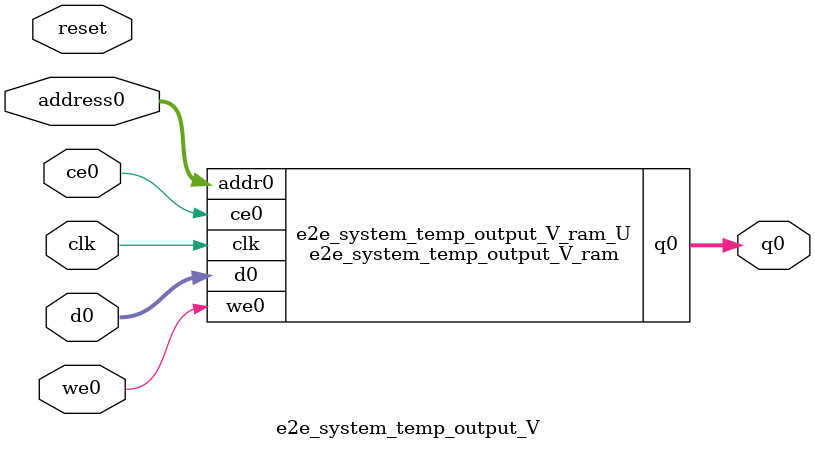
<source format=v>
`timescale 1 ns / 1 ps
module e2e_system_temp_output_V_ram (addr0, ce0, d0, we0, q0,  clk);

parameter DWIDTH = 36;
parameter AWIDTH = 8;
parameter MEM_SIZE = 170;

input[AWIDTH-1:0] addr0;
input ce0;
input[DWIDTH-1:0] d0;
input we0;
output reg[DWIDTH-1:0] q0;
input clk;

(* ram_style = "block" *)reg [DWIDTH-1:0] ram[0:MEM_SIZE-1];




always @(posedge clk)  
begin 
    if (ce0) begin
        if (we0) 
            ram[addr0] <= d0; 
        q0 <= ram[addr0];
    end
end


endmodule

`timescale 1 ns / 1 ps
module e2e_system_temp_output_V(
    reset,
    clk,
    address0,
    ce0,
    we0,
    d0,
    q0);

parameter DataWidth = 32'd36;
parameter AddressRange = 32'd170;
parameter AddressWidth = 32'd8;
input reset;
input clk;
input[AddressWidth - 1:0] address0;
input ce0;
input we0;
input[DataWidth - 1:0] d0;
output[DataWidth - 1:0] q0;



e2e_system_temp_output_V_ram e2e_system_temp_output_V_ram_U(
    .clk( clk ),
    .addr0( address0 ),
    .ce0( ce0 ),
    .we0( we0 ),
    .d0( d0 ),
    .q0( q0 ));

endmodule


</source>
